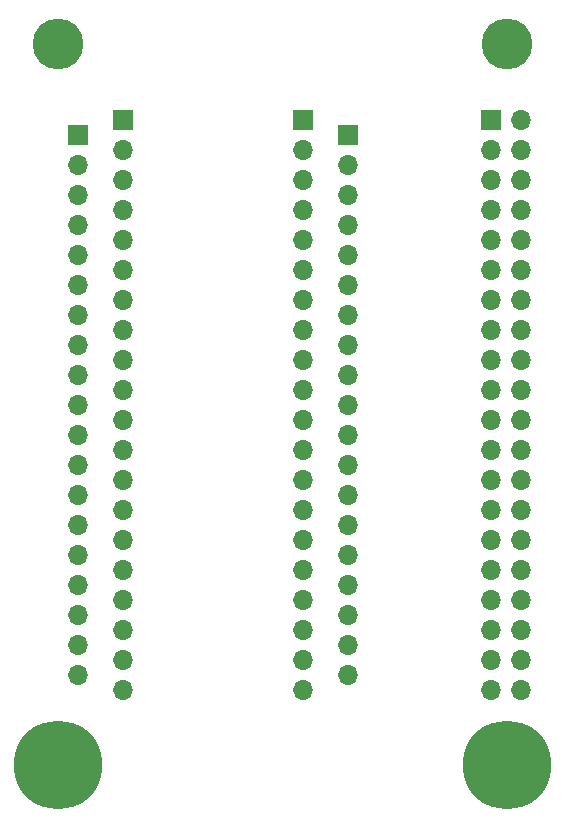
<source format=gts>
G04 #@! TF.GenerationSoftware,KiCad,Pcbnew,(6.0.0)*
G04 #@! TF.CreationDate,2025-05-03T15:15:50+02:00*
G04 #@! TF.ProjectId,Smart Servo Control Board Rev.2,536d6172-7420-4536-9572-766f20436f6e,rev?*
G04 #@! TF.SameCoordinates,Original*
G04 #@! TF.FileFunction,Soldermask,Top*
G04 #@! TF.FilePolarity,Negative*
%FSLAX46Y46*%
G04 Gerber Fmt 4.6, Leading zero omitted, Abs format (unit mm)*
G04 Created by KiCad (PCBNEW (6.0.0)) date 2025-05-03 15:15:50*
%MOMM*%
%LPD*%
G01*
G04 APERTURE LIST*
%ADD10C,7.500000*%
%ADD11C,4.700000*%
%ADD12C,4.300000*%
%ADD13R,1.700000X1.700000*%
%ADD14O,1.700000X1.700000*%
G04 APERTURE END LIST*
D10*
X207032520Y-103043428D03*
D11*
X207032520Y-103043428D03*
D12*
X207032520Y-42043428D03*
D11*
X245032520Y-103043428D03*
D10*
X245032520Y-103043428D03*
D12*
X245032520Y-42043428D03*
D13*
X231582520Y-49683428D03*
D14*
X231582520Y-52223428D03*
X231582520Y-54763428D03*
X231582520Y-57303428D03*
X231582520Y-59843428D03*
X231582520Y-62383428D03*
X231582520Y-64923428D03*
X231582520Y-67463428D03*
X231582520Y-70003428D03*
X231582520Y-72543428D03*
X231582520Y-75083428D03*
X231582520Y-77623428D03*
X231582520Y-80163428D03*
X231582520Y-82703428D03*
X231582520Y-85243428D03*
X231582520Y-87783428D03*
X231582520Y-90323428D03*
X231582520Y-92863428D03*
X231582520Y-95403428D03*
D13*
X243742520Y-48443428D03*
D14*
X246282520Y-48443428D03*
X243742520Y-50983428D03*
X246282520Y-50983428D03*
X243742520Y-53523428D03*
X246282520Y-53523428D03*
X243742520Y-56063428D03*
X246282520Y-56063428D03*
X243742520Y-58603428D03*
X246282520Y-58603428D03*
X243742520Y-61143428D03*
X246282520Y-61143428D03*
X243742520Y-63683428D03*
X246282520Y-63683428D03*
X243742520Y-66223428D03*
X246282520Y-66223428D03*
X243742520Y-68763428D03*
X246282520Y-68763428D03*
X243742520Y-71303428D03*
X246282520Y-71303428D03*
X243742520Y-73843428D03*
X246282520Y-73843428D03*
X243742520Y-76383428D03*
X246282520Y-76383428D03*
X243742520Y-78923428D03*
X246282520Y-78923428D03*
X243742520Y-81463428D03*
X246282520Y-81463428D03*
X243742520Y-84003428D03*
X246282520Y-84003428D03*
X243742520Y-86543428D03*
X246282520Y-86543428D03*
X243742520Y-89083428D03*
X246282520Y-89083428D03*
X243742520Y-91623428D03*
X246282520Y-91623428D03*
X243742520Y-94163428D03*
X246282520Y-94163428D03*
X243742520Y-96703428D03*
X246282520Y-96703428D03*
D13*
X227772520Y-48413428D03*
D14*
X227772520Y-50953428D03*
X227772520Y-53493428D03*
X227772520Y-56033428D03*
X227772520Y-58573428D03*
X227772520Y-61113428D03*
X227772520Y-63653428D03*
X227772520Y-66193428D03*
X227772520Y-68733428D03*
X227772520Y-71273428D03*
X227772520Y-73813428D03*
X227772520Y-76353428D03*
X227772520Y-78893428D03*
X227772520Y-81433428D03*
X227772520Y-83973428D03*
X227772520Y-86513428D03*
X227772520Y-89053428D03*
X227772520Y-91593428D03*
X227772520Y-94133428D03*
X227772520Y-96673428D03*
D13*
X212532520Y-48413428D03*
D14*
X212532520Y-50953428D03*
X212532520Y-53493428D03*
X212532520Y-56033428D03*
X212532520Y-58573428D03*
X212532520Y-61113428D03*
X212532520Y-63653428D03*
X212532520Y-66193428D03*
X212532520Y-68733428D03*
X212532520Y-71273428D03*
X212532520Y-73813428D03*
X212532520Y-76353428D03*
X212532520Y-78893428D03*
X212532520Y-81433428D03*
X212532520Y-83973428D03*
X212532520Y-86513428D03*
X212532520Y-89053428D03*
X212532520Y-91593428D03*
X212532520Y-94133428D03*
X212532520Y-96673428D03*
D13*
X208722520Y-49683428D03*
D14*
X208722520Y-52223428D03*
X208722520Y-54763428D03*
X208722520Y-57303428D03*
X208722520Y-59843428D03*
X208722520Y-62383428D03*
X208722520Y-64923428D03*
X208722520Y-67463428D03*
X208722520Y-70003428D03*
X208722520Y-72543428D03*
X208722520Y-75083428D03*
X208722520Y-77623428D03*
X208722520Y-80163428D03*
X208722520Y-82703428D03*
X208722520Y-85243428D03*
X208722520Y-87783428D03*
X208722520Y-90323428D03*
X208722520Y-92863428D03*
X208722520Y-95403428D03*
M02*

</source>
